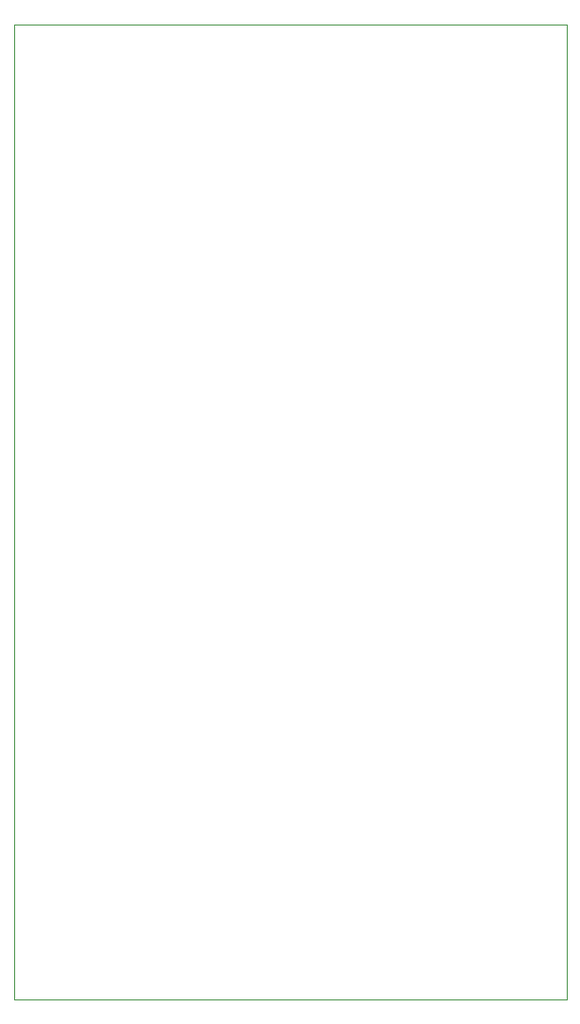
<source format=gbr>
G04 #@! TF.GenerationSoftware,KiCad,Pcbnew,(5.1.5)-3*
G04 #@! TF.CreationDate,2020-08-07T20:28:23-04:00*
G04 #@! TF.ProjectId,Ebike Board,4562696b-6520-4426-9f61-72642e6b6963,rev?*
G04 #@! TF.SameCoordinates,Original*
G04 #@! TF.FileFunction,Profile,NP*
%FSLAX46Y46*%
G04 Gerber Fmt 4.6, Leading zero omitted, Abs format (unit mm)*
G04 Created by KiCad (PCBNEW (5.1.5)-3) date 2020-08-07 20:28:23*
%MOMM*%
%LPD*%
G04 APERTURE LIST*
%ADD10C,0.050000*%
G04 APERTURE END LIST*
D10*
X111000000Y-157100000D02*
X111000000Y-69700000D01*
X160500000Y-157100000D02*
X111000000Y-157100000D01*
X160500000Y-69700000D02*
X160500000Y-157100000D01*
X111000000Y-69700000D02*
X160500000Y-69700000D01*
M02*

</source>
